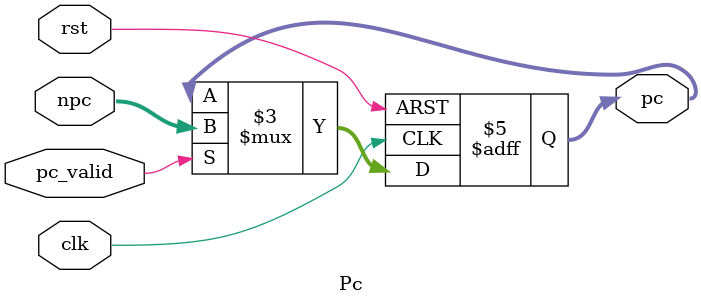
<source format=v>
`timescale 1ns / 1ps
`include "MIPS-1.vh"

/*
 * pc寄存器
 * 
 * input:
 *      npc:
 *      rst:
 *      clk:
 *      pc_valid:
 * output:
 *      pc:
 */
module Pc(npc,rst,clk,pc_valid,pc);
    input[31:0]     npc;
    input           rst, clk, pc_valid;
    output reg[31:0]pc;

    initial
        begin
            pc = 0;
        end

    always
        @(posedge clk or posedge rst)
        begin
            if (rst)
                pc <= 0;
            else if (pc_valid)
                pc <= npc;
            else
                ;
        end

endmodule

</source>
